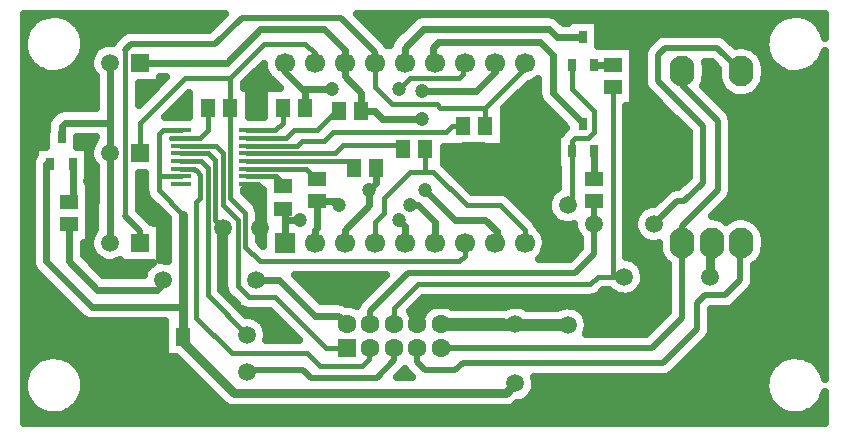
<source format=gbr>
G04 DipTrace 2.4.0.1*
%INpanel_Bottom.gbr*%
%MOIN*%
%ADD13C,0.0157*%
%ADD14C,0.016*%
%ADD15C,0.04*%
%ADD16C,0.03*%
%ADD17C,0.024*%
%ADD18C,0.02*%
%ADD19C,0.025*%
%ADD20R,0.0512X0.0591*%
%ADD21C,0.0591*%
%ADD22R,0.0591X0.0591*%
%ADD23C,0.0669*%
%ADD24R,0.0669X0.0669*%
%ADD25R,0.0709X0.0157*%
%ADD26C,0.063*%
%ADD28R,0.0256X0.0413*%
%ADD29R,0.0591X0.0512*%
%ADD30O,0.0827X0.1024*%
%ADD31R,0.1417X0.1417*%
%ADD33C,0.0472*%
%FSLAX44Y44*%
G04*
G70*
G90*
G75*
G01*
%LNBottom*%
%LPD*%
X9281Y13047D2*
D13*
X9715D1*
D14*
X10207D1*
X10439Y12815D1*
Y10811D1*
X10688Y10563D1*
X11938D2*
Y11941D1*
X11856Y12024D1*
D13*
X11564D1*
X17177Y7352D2*
D15*
X17189Y7365D1*
Y7877D1*
X17377Y8065D1*
X21314D1*
D16*
X24629D1*
X25127Y8562D1*
Y9313D1*
X24252Y10188D1*
Y11313D1*
X25214Y12276D1*
Y13018D1*
X23689Y7312D2*
D14*
Y7375D1*
Y5250D2*
X23752D1*
X12313Y4375D2*
X12438D1*
Y7000D2*
X12313D1*
X23064Y13127D2*
D17*
Y12190D1*
X5689Y12690D2*
Y11438D1*
X5562D1*
X10189Y14565D2*
D14*
Y13815D1*
X9933Y13559D1*
X8965D1*
D13*
X9281D1*
X12689Y14565D2*
D14*
Y14065D1*
X12439Y13815D1*
X11499D1*
D13*
X11564D1*
X14564Y14440D2*
D14*
Y14565D1*
X13814Y13815D1*
X13064D1*
X12808Y13559D1*
X11499D1*
D13*
X11564D1*
Y13303D2*
X11499D1*
X18689Y13940D2*
D14*
X18314D1*
X18127Y13752D1*
X14377D1*
X14064Y13440D1*
X13314D1*
X13178Y13303D1*
X11499D1*
D13*
D3*
X16689Y13190D2*
D14*
Y13315D1*
X14689D1*
X14422Y13047D1*
X11499D1*
D13*
X11564D1*
Y12791D2*
X11499D1*
D14*
X14838D1*
X15064Y12565D1*
X11564Y12535D2*
D13*
X11499D1*
D14*
X13469D1*
X13814Y12190D1*
X11564Y12279D2*
D13*
X11499D1*
D14*
X12475D1*
X12689Y12065D1*
X12564D1*
X12689Y11940D1*
X22690Y16908D2*
D17*
X21846D1*
X21566Y17188D1*
X17376D1*
X16750Y16563D1*
Y16063D1*
X17750D2*
X17689Y16124D1*
Y16564D1*
X17876Y16751D1*
X21253D1*
X21689Y16315D1*
Y15065D1*
X22690Y14064D1*
Y14033D1*
X23689Y16002D2*
X23064D1*
X6939Y16065D2*
Y14065D1*
Y13065D1*
Y10065D1*
X5315Y13595D2*
X5314Y13596D1*
Y13940D1*
X5439Y14065D1*
X6939D1*
X26002Y15774D2*
D18*
X25981D1*
X26002Y10065D2*
Y10627D1*
X27189Y11815D1*
Y14126D1*
X26002Y15313D1*
Y15774D1*
Y10065D2*
Y7562D1*
X25004Y6565D1*
X17964D1*
X27970Y10065D2*
X27939Y10034D1*
Y8815D1*
X27437Y8312D1*
X26752D1*
X26502Y8062D1*
Y7187D1*
X25377Y6062D1*
X18689D1*
X18441Y5815D1*
X17439D1*
X17177Y6078D1*
Y6565D1*
X9281Y12535D2*
D13*
X9719D1*
X9814Y12440D1*
D14*
X9938Y12317D1*
Y11563D1*
X9813Y11438D1*
Y7562D1*
X11000Y6375D1*
X13501D1*
X13935Y5940D1*
X15316D1*
X15564Y6188D1*
Y6527D1*
X15602Y6565D1*
X14814D2*
X14123D1*
X12438Y8250D1*
X11563D1*
X11188Y8625D1*
Y10813D1*
X10689Y11311D1*
Y13065D1*
X10451Y13303D1*
X9715D1*
D13*
X9281D1*
X26986Y10065D2*
D16*
X26939D1*
Y8938D1*
X24064D2*
D14*
X23689D1*
Y15254D1*
X16389Y7352D2*
Y7890D1*
X17187Y8688D1*
X22937D1*
X23187Y8938D1*
X23689D1*
X15602Y7352D2*
D18*
Y7790D1*
X16877Y9065D1*
X22439D1*
X23064Y9690D1*
Y10690D1*
Y11442D1*
X27970Y15774D2*
X27179Y16565D1*
X25439D1*
X25189Y16315D1*
Y15440D1*
X26689Y13940D1*
Y12065D1*
X26064Y11440D1*
X25816D1*
X25066Y10690D1*
X14814Y7352D2*
D17*
X14542Y7625D1*
X13751D1*
X12563Y8813D1*
X11813D1*
X8688D2*
Y8688D1*
X8500Y8500D1*
X6504D1*
X5562Y9442D1*
Y10690D1*
X9281Y12791D2*
D14*
X9963D1*
X10189Y12565D1*
Y8311D1*
X11500Y7000D1*
Y5750D2*
X11563Y5812D1*
D18*
X13375D1*
X13623Y5565D1*
X15814D1*
X16389Y6140D1*
Y6565D1*
X15312Y14440D2*
D17*
Y14942D1*
Y14440D2*
Y15067D1*
X14750Y15629D1*
Y16063D1*
X19750D2*
Y15751D1*
X19127Y15127D1*
X17314D1*
Y14190D2*
X16002D1*
X15752Y14440D1*
X15312D1*
X7939Y16065D2*
X10814D1*
X11939Y17190D1*
X14064D1*
X14750Y16504D1*
Y16063D1*
X19437Y13940D2*
D14*
Y14563D1*
X20689Y15815D1*
Y16063D1*
X20750D1*
X19437Y14563D2*
X17941D1*
X17814Y14690D1*
X16314D1*
X15750Y15254D1*
Y16063D1*
Y16004D2*
Y16063D1*
X7939Y10065D2*
D18*
Y10440D1*
X7439Y10940D1*
D14*
Y16503D1*
D18*
X7625Y16688D1*
X10438D1*
X11314Y17565D1*
X14624D1*
X15750Y16439D1*
Y16063D1*
X14813Y10126D2*
D17*
X14750Y10063D1*
Y10501D1*
X15564Y11315D1*
Y11815D1*
X15812Y12063D1*
Y12565D1*
X19750Y10063D2*
X19814Y10127D1*
Y10440D1*
X19439Y10815D1*
X18439D1*
X17439Y11815D1*
X13750Y10063D2*
X13814Y10127D1*
X13750Y10063D2*
Y10501D1*
X13814Y10565D1*
Y11442D1*
X17689Y10124D2*
X17750Y10063D1*
Y10754D1*
X17189Y11315D1*
X16939D1*
X14564D2*
X14437Y11442D1*
X13814D1*
X17437Y13190D2*
D14*
Y12419D1*
X16919D1*
X16064Y11565D1*
Y11064D1*
X15750Y10750D1*
Y10063D1*
X17437Y12419D2*
X17710D1*
X18814Y11315D1*
X19939D1*
X20750Y10504D1*
Y10063D1*
X12750D2*
D17*
Y10818D1*
Y11131D1*
X12689Y11192D1*
X12750Y10818D2*
X13250D1*
X16561D2*
X16750Y10629D1*
Y10063D1*
X12750Y16063D2*
Y15754D1*
X13314Y15190D1*
X13437D1*
Y14565D1*
Y15190D2*
X14314D1*
X16564D2*
D14*
X16939Y15565D1*
X18564D1*
X18689Y15690D1*
Y16002D1*
X18750Y16063D1*
X10937Y14565D2*
Y15563D1*
X12064Y16690D1*
X13439D1*
X13750Y16379D1*
Y16063D1*
X10937Y14565D2*
Y11567D1*
X11439Y11065D1*
Y9936D1*
X11936Y9440D1*
X18564D1*
X18750Y9626D1*
Y10063D1*
X7939Y13065D2*
Y14065D1*
X9437Y15563D1*
X10937D1*
X9281Y13815D2*
D13*
X8689D1*
D14*
X8564Y13690D1*
Y12279D1*
D13*
X9281D1*
X17964Y7352D2*
D14*
X18001Y7390D1*
X22316Y16002D2*
Y15188D1*
X23064Y14440D1*
Y13752D1*
X22877Y13565D1*
X22439D1*
X22316Y13442D1*
Y13127D1*
Y11442D1*
X22189Y11315D1*
Y7315D2*
D15*
X17964D1*
D14*
Y7352D1*
X9281Y12279D2*
D3*
X8564D2*
Y11815D1*
X9375Y11004D1*
D16*
Y7937D1*
D17*
X6317D1*
X4812Y9442D1*
Y12690D1*
X4941D1*
X9375Y7937D2*
D16*
Y7364D1*
Y6754D1*
X11064Y5065D1*
X20129D1*
X20439Y5375D1*
Y7352D2*
D14*
X20038D1*
D15*
X17964D1*
X9375Y6937D2*
D14*
Y7364D1*
D21*
X10688Y10563D3*
X11938D3*
X26939Y8938D3*
X24064D3*
X25066Y10690D3*
X23064D3*
X11813Y8813D3*
X8688D3*
X11500Y7000D3*
Y5750D3*
D33*
X17314Y15127D3*
Y14190D3*
X17439Y11815D3*
X15564D3*
X16939Y11315D3*
X14564D3*
X13250Y10818D3*
X16561D3*
X14314Y15190D3*
X16564D3*
D21*
X22189Y11315D3*
Y7315D3*
X20439Y5375D3*
Y7352D3*
X23689Y7375D3*
Y5250D3*
X12438Y4375D3*
Y7000D3*
X4087Y17440D2*
D19*
X4375D1*
X5753D2*
X10496D1*
X15441D2*
X16906D1*
X22034D2*
X22168D1*
X23214D2*
X29086D1*
X30464D2*
X30726D1*
X4087Y17191D2*
X4172D1*
X5956D2*
X10250D1*
X15691D2*
X16660D1*
X23214D2*
X28883D1*
X6058Y16942D2*
X7187D1*
X15937D2*
X16410D1*
X23214D2*
X25133D1*
X27487D2*
X28781D1*
X6089Y16694D2*
X6695D1*
X16171D2*
X16253D1*
X23214D2*
X24879D1*
X27741D2*
X28750D1*
X6062Y16445D2*
X6367D1*
X24382D2*
X24711D1*
X28530D2*
X28781D1*
X4087Y16196D2*
X4168D1*
X5960D2*
X6262D1*
X24382D2*
X24691D1*
X28710D2*
X28879D1*
X4087Y15948D2*
X4367D1*
X5761D2*
X6258D1*
X24382D2*
X24691D1*
X26808D2*
X27105D1*
X28776D2*
X29078D1*
X30472D2*
X30726D1*
X4087Y15699D2*
X4898D1*
X5230D2*
X6359D1*
X11737D2*
X12121D1*
X24382D2*
X24691D1*
X26812D2*
X27160D1*
X28780D2*
X29609D1*
X29941D2*
X30726D1*
X4087Y15450D2*
X6422D1*
X11487D2*
X12340D1*
X24382D2*
X24691D1*
X26780D2*
X27195D1*
X28745D2*
X30726D1*
X4087Y15202D2*
X6422D1*
X7917D2*
X8414D1*
X11589D2*
X12039D1*
X20737D2*
X21172D1*
X24382D2*
X24758D1*
X26804D2*
X27320D1*
X28620D2*
X30726D1*
X4087Y14953D2*
X6422D1*
X7917D2*
X8164D1*
X11589D2*
X12039D1*
X20491D2*
X21187D1*
X24382D2*
X24984D1*
X27054D2*
X27641D1*
X28300D2*
X30726D1*
X4087Y14704D2*
X6422D1*
X9241D2*
X9539D1*
X11589D2*
X12039D1*
X20241D2*
X21332D1*
X24382D2*
X25234D1*
X27304D2*
X30726D1*
X4087Y14456D2*
X5117D1*
X8991D2*
X9539D1*
X11589D2*
X12039D1*
X20089D2*
X21578D1*
X24167D2*
X25484D1*
X27550D2*
X30726D1*
X4087Y14207D2*
X4879D1*
X20089D2*
X21828D1*
X24167D2*
X25730D1*
X27679D2*
X30726D1*
X4087Y13958D2*
X4793D1*
X20089D2*
X22078D1*
X24167D2*
X25980D1*
X27687D2*
X30726D1*
X4087Y13709D2*
X4793D1*
X20089D2*
X21930D1*
X24167D2*
X26191D1*
X27687D2*
X30726D1*
X4087Y13461D2*
X4793D1*
X5839D2*
X6379D1*
X20089D2*
X21793D1*
X24167D2*
X26191D1*
X27687D2*
X30726D1*
X4087Y13212D2*
X4418D1*
X18089D2*
X21793D1*
X24167D2*
X26191D1*
X27687D2*
X30726D1*
X4087Y12963D2*
X4379D1*
X18089D2*
X21793D1*
X24167D2*
X26191D1*
X27687D2*
X30726D1*
X4087Y12715D2*
X4297D1*
X6214D2*
X6346D1*
X18089D2*
X21793D1*
X24167D2*
X26191D1*
X27687D2*
X30726D1*
X4087Y12466D2*
X4297D1*
X6214D2*
X6422D1*
X18327D2*
X21840D1*
X24167D2*
X26191D1*
X27687D2*
X30726D1*
X4087Y12217D2*
X4297D1*
X6214D2*
X6422D1*
X7917D2*
X8090D1*
X18573D2*
X21840D1*
X24167D2*
X26152D1*
X27687D2*
X30726D1*
X4087Y11969D2*
X4297D1*
X6253D2*
X6422D1*
X7917D2*
X8090D1*
X18823D2*
X21840D1*
X24167D2*
X25902D1*
X27687D2*
X30726D1*
X4087Y11720D2*
X4297D1*
X6253D2*
X6422D1*
X7917D2*
X8098D1*
X11448D2*
X12000D1*
X20163D2*
X21637D1*
X24167D2*
X25406D1*
X27675D2*
X30726D1*
X4087Y11471D2*
X4297D1*
X6253D2*
X6422D1*
X7917D2*
X8246D1*
X11694D2*
X12000D1*
X20444D2*
X21516D1*
X24167D2*
X25156D1*
X27538D2*
X30726D1*
X4087Y11223D2*
X4297D1*
X6253D2*
X6422D1*
X7917D2*
X8492D1*
X11886D2*
X11996D1*
X20694D2*
X21504D1*
X24167D2*
X24641D1*
X27288D2*
X30726D1*
X4087Y10974D2*
X4297D1*
X6253D2*
X6422D1*
X8097D2*
X8742D1*
X11917D2*
X11997D1*
X20944D2*
X21594D1*
X24167D2*
X24437D1*
X27038D2*
X30726D1*
X4087Y10725D2*
X4297D1*
X6253D2*
X6422D1*
X8632D2*
X8828D1*
X11917D2*
X11997D1*
X21167D2*
X21855D1*
X24167D2*
X24375D1*
X28542D2*
X30726D1*
X4087Y10477D2*
X4297D1*
X6253D2*
X6389D1*
X8632D2*
X8828D1*
X11917D2*
X12018D1*
X21347D2*
X22406D1*
X24167D2*
X24410D1*
X28714D2*
X30726D1*
X4087Y10228D2*
X4297D1*
X8632D2*
X8828D1*
X11917D2*
X12018D1*
X21460D2*
X22558D1*
X24167D2*
X24562D1*
X28776D2*
X30726D1*
X4087Y9979D2*
X4297D1*
X6077D2*
X6254D1*
X8632D2*
X8828D1*
X21476D2*
X22566D1*
X24167D2*
X25191D1*
X28780D2*
X30726D1*
X4087Y9730D2*
X4297D1*
X6077D2*
X6340D1*
X8632D2*
X8828D1*
X21398D2*
X22414D1*
X24167D2*
X25230D1*
X28745D2*
X30726D1*
X4087Y9482D2*
X4297D1*
X6241D2*
X6594D1*
X8632D2*
X8828D1*
X24472D2*
X25359D1*
X28612D2*
X30726D1*
X4087Y9233D2*
X4344D1*
X6491D2*
X8144D1*
X24687D2*
X25508D1*
X28437D2*
X30726D1*
X4087Y8984D2*
X4551D1*
X13112D2*
X16105D1*
X24753D2*
X25508D1*
X28437D2*
X30726D1*
X4087Y8736D2*
X4801D1*
X13358D2*
X15855D1*
X24726D2*
X25508D1*
X28429D2*
X30726D1*
X4087Y8487D2*
X5047D1*
X13608D2*
X15609D1*
X24581D2*
X25508D1*
X28304D2*
X30726D1*
X4087Y8238D2*
X5297D1*
X13858D2*
X15359D1*
X23003D2*
X25508D1*
X28054D2*
X30726D1*
X4087Y7990D2*
X5547D1*
X17151D2*
X17683D1*
X18241D2*
X20219D1*
X20659D2*
X25508D1*
X27804D2*
X30726D1*
X4087Y7741D2*
X5793D1*
X11421D2*
X12285D1*
X16980D2*
X17375D1*
X22726D2*
X25488D1*
X26999D2*
X30726D1*
X4087Y7492D2*
X6086D1*
X11976D2*
X12531D1*
X17085D2*
X17266D1*
X22858D2*
X25242D1*
X26999D2*
X30726D1*
X4087Y7244D2*
X8723D1*
X12144D2*
X12781D1*
X22878D2*
X24992D1*
X26999D2*
X30726D1*
X4087Y6995D2*
X8723D1*
X12191D2*
X13031D1*
X26956D2*
X30726D1*
X4087Y6746D2*
X8723D1*
X26753D2*
X30726D1*
X4087Y6498D2*
X8723D1*
X26503D2*
X30726D1*
X4087Y6249D2*
X4680D1*
X5448D2*
X9117D1*
X26253D2*
X29391D1*
X30159D2*
X30726D1*
X4087Y6000D2*
X4308D1*
X5819D2*
X9367D1*
X26007D2*
X29019D1*
X30530D2*
X30726D1*
X5991Y5751D2*
X9617D1*
X16691D2*
X16812D1*
X25757D2*
X28848D1*
X6073Y5503D2*
X9863D1*
X21116D2*
X28766D1*
X6089Y5254D2*
X10113D1*
X21120D2*
X28750D1*
X6042Y5005D2*
X10363D1*
X21019D2*
X28797D1*
X4087Y4757D2*
X4207D1*
X5921D2*
X10609D1*
X20714D2*
X28918D1*
X30632D2*
X30726D1*
X4087Y4508D2*
X4445D1*
X5683D2*
X29156D1*
X30394D2*
X30726D1*
X4087Y4259D2*
X30726D1*
X9123Y6271D2*
X8748D1*
Y7447D1*
X6317Y7446D1*
X6193Y7462D1*
X6077Y7508D1*
X5969Y7590D1*
X4465Y9095D1*
X4389Y9193D1*
X4340Y9308D1*
X4321Y9442D1*
Y12690D1*
X4337Y12814D1*
X4389Y12940D1*
X4441Y13012D1*
X4442Y13268D1*
X4813D1*
X4816Y14173D1*
X4885Y14179D1*
X4967Y14287D1*
X5092Y14412D1*
X5184Y14485D1*
X5292Y14533D1*
X5396Y14554D1*
X6451Y14556D1*
X6448Y15065D1*
Y15616D1*
X6360Y15736D1*
X6308Y15850D1*
X6279Y15971D1*
X6274Y16096D1*
X6291Y16220D1*
X6331Y16338D1*
X6393Y16446D1*
X6474Y16542D1*
X6571Y16620D1*
X6681Y16679D1*
X6800Y16717D1*
X6924Y16731D1*
X7021Y16724D1*
X7106Y16836D1*
X7292Y17022D1*
X7391Y17097D1*
X7506Y17144D1*
X7625Y17160D1*
X10246D1*
X10770Y17687D1*
X5131Y17688D1*
X5343Y17651D1*
X5460Y17609D1*
X5572Y17553D1*
X5675Y17483D1*
X5769Y17401D1*
X5852Y17307D1*
X5923Y17204D1*
X5981Y17093D1*
X6024Y16976D1*
X6052Y16854D1*
X6065Y16690D1*
X6058Y16565D1*
X6034Y16442D1*
X5996Y16324D1*
X5943Y16210D1*
X5877Y16105D1*
X5797Y16008D1*
X5707Y15922D1*
X5606Y15848D1*
X5497Y15787D1*
X5381Y15740D1*
X5261Y15708D1*
X5137Y15691D1*
X5012Y15690D1*
X4888Y15704D1*
X4767Y15734D1*
X4650Y15779D1*
X4540Y15837D1*
X4437Y15909D1*
X4345Y15993D1*
X4264Y16088D1*
X4195Y16193D1*
X4140Y16305D1*
X4099Y16423D1*
X4074Y16545D1*
X4063Y16670D1*
X4069Y16794D1*
X4089Y16918D1*
X4125Y17037D1*
X4176Y17152D1*
X4240Y17259D1*
X4318Y17357D1*
X4407Y17445D1*
X4506Y17521D1*
X4613Y17584D1*
X4728Y17633D1*
X4848Y17667D1*
X5038Y17689D1*
X4062Y17688D1*
Y4062D1*
X30752D1*
Y5097D1*
X30707Y4949D1*
X30654Y4835D1*
X30587Y4730D1*
X30508Y4633D1*
X30418Y4547D1*
X30317Y4473D1*
X30208Y4412D1*
X30092Y4365D1*
X29971Y4333D1*
X29848Y4316D1*
X29723Y4315D1*
X29599Y4329D1*
X29477Y4359D1*
X29361Y4404D1*
X29250Y4462D1*
X29148Y4534D1*
X29056Y4618D1*
X28975Y4713D1*
X28906Y4818D1*
X28851Y4930D1*
X28810Y5048D1*
X28785Y5170D1*
X28774Y5295D1*
X28780Y5419D1*
X28800Y5543D1*
X28836Y5662D1*
X28887Y5777D1*
X28951Y5884D1*
X29028Y5982D1*
X29117Y6070D1*
X29216Y6146D1*
X29324Y6209D1*
X29439Y6258D1*
X29559Y6292D1*
X29683Y6312D1*
X29807Y6315D1*
X29932Y6304D1*
X30054Y6276D1*
X30171Y6234D1*
X30283Y6178D1*
X30386Y6108D1*
X30480Y6026D1*
X30563Y5932D1*
X30634Y5829D1*
X30691Y5718D1*
X30753Y5521D1*
X30752Y16472D1*
X30707Y16324D1*
X30654Y16211D1*
X30587Y16105D1*
X30508Y16008D1*
X30418Y15922D1*
X30317Y15848D1*
X30208Y15787D1*
X30092Y15740D1*
X29971Y15708D1*
X29848Y15692D1*
X29723Y15690D1*
X29599Y15705D1*
X29477Y15734D1*
X29361Y15779D1*
X29250Y15837D1*
X29148Y15909D1*
X29056Y15994D1*
X28975Y16089D1*
X28906Y16193D1*
X28851Y16305D1*
X28810Y16423D1*
X28785Y16545D1*
X28774Y16670D1*
X28780Y16795D1*
X28800Y16918D1*
X28836Y17037D1*
X28887Y17152D1*
X28951Y17259D1*
X29028Y17357D1*
X29117Y17445D1*
X29216Y17521D1*
X29324Y17584D1*
X29439Y17633D1*
X29559Y17668D1*
X29741Y17689D1*
X15170Y17688D1*
X16084Y16772D1*
X16168Y16656D1*
X16268Y16655D1*
X16307Y16773D1*
X16403Y16910D1*
X17029Y17536D1*
X17127Y17612D1*
X17242Y17661D1*
X17376Y17680D1*
X21566D1*
X21689Y17664D1*
X21805Y17617D1*
X21913Y17536D1*
X22048Y17400D1*
X22194Y17399D1*
X22191Y17486D1*
X23190D1*
Y16630D1*
X24356Y16629D1*
X24352Y15375D1*
X24356Y15131D1*
Y14627D1*
X24141D1*
Y9602D1*
X24294Y9563D1*
X24406Y9510D1*
X24507Y9436D1*
X24592Y9344D1*
X24659Y9239D1*
X24704Y9123D1*
X24731Y8938D1*
X24719Y8813D1*
X24684Y8693D1*
X24628Y8582D1*
X24552Y8483D1*
X24458Y8400D1*
X24351Y8336D1*
X24234Y8293D1*
X24111Y8273D1*
X23986Y8276D1*
X23864Y8302D1*
X23749Y8350D1*
X23645Y8419D1*
X23575Y8487D1*
X23373Y8486D1*
X23256Y8368D1*
X23157Y8293D1*
X23037Y8248D1*
X22937Y8236D1*
X17371D1*
X16923Y7786D1*
X17006Y7653D1*
X17050Y7536D1*
X17075Y7352D1*
X17068Y7242D1*
X17193Y7251D1*
X17290Y7240D1*
X17278Y7322D1*
X17284Y7446D1*
X17313Y7568D1*
X17362Y7682D1*
X17432Y7786D1*
X17519Y7875D1*
X17621Y7947D1*
X17735Y7999D1*
X17856Y8030D1*
X17980Y8038D1*
X18104Y8024D1*
X18224Y7987D1*
X18344Y7923D1*
X20038D1*
X20089Y7918D1*
X20180Y7966D1*
X20299Y8004D1*
X20423Y8019D1*
X20547Y8010D1*
X20668Y7978D1*
X20781Y7924D1*
X20839Y7886D1*
X21843D1*
X21931Y7929D1*
X22050Y7967D1*
X22174Y7981D1*
X22298Y7972D1*
X22419Y7941D1*
X22531Y7887D1*
X22632Y7813D1*
X22717Y7722D1*
X22784Y7616D1*
X22830Y7500D1*
X22856Y7315D1*
X22844Y7191D1*
X22794Y7039D1*
X23464Y7036D1*
X24812D1*
X25530Y7757D1*
X25531Y9340D1*
X25429Y9431D1*
X25351Y9528D1*
X25290Y9637D1*
X25246Y9754D1*
X25222Y9877D1*
X25217Y10041D1*
X25113Y10025D1*
X24988Y10028D1*
X24866Y10054D1*
X24751Y10102D1*
X24647Y10172D1*
X24558Y10259D1*
X24487Y10361D1*
X24435Y10475D1*
X24406Y10596D1*
X24401Y10721D1*
X24418Y10845D1*
X24458Y10963D1*
X24520Y11071D1*
X24601Y11167D1*
X24698Y11245D1*
X24808Y11304D1*
X24927Y11342D1*
X25062Y11355D1*
X25483Y11773D1*
X25582Y11849D1*
X25698Y11896D1*
X25816Y11911D1*
X25867D1*
X26220Y12262D1*
X26218Y13748D1*
X25472Y14491D1*
X24856Y15107D1*
X24780Y15206D1*
X24733Y15321D1*
X24718Y15440D1*
Y16315D1*
X24735Y16438D1*
X24783Y16553D1*
X24856Y16648D1*
X25106Y16898D1*
X25205Y16974D1*
X25321Y17021D1*
X25439Y17036D1*
X27179D1*
X27303Y17020D1*
X27417Y16971D1*
X27512Y16898D1*
X27780Y16630D1*
X27898Y16653D1*
X28023Y16655D1*
X28146Y16637D1*
X28266Y16599D1*
X28377Y16543D1*
X28478Y16470D1*
X28567Y16382D1*
X28640Y16281D1*
X28696Y16169D1*
X28734Y16050D1*
X28755Y15872D1*
X28751Y15675D1*
X28745Y15551D1*
X28715Y15429D1*
X28667Y15314D1*
X28601Y15208D1*
X28519Y15114D1*
X28423Y15034D1*
X28316Y14971D1*
X28199Y14925D1*
X28077Y14898D1*
X27953Y14891D1*
X27829Y14903D1*
X27708Y14936D1*
X27594Y14987D1*
X27490Y15055D1*
X27397Y15139D1*
X27320Y15237D1*
X27258Y15346D1*
X27215Y15463D1*
X27191Y15585D1*
X27186Y15800D1*
X27190Y15872D1*
X27018Y16059D1*
X26983Y16095D1*
X26753Y16094D1*
X26785Y15927D1*
X26786Y15675D1*
X26777Y15551D1*
X26747Y15429D1*
X26689Y15293D1*
X27523Y14459D1*
X27598Y14360D1*
X27645Y14244D1*
X27661Y14126D1*
Y11815D1*
X27644Y11691D1*
X27596Y11576D1*
X27523Y11482D1*
X26989Y10949D1*
X27162Y10928D1*
X27281Y10890D1*
X27393Y10834D1*
X27478Y10773D1*
X27547Y10824D1*
X27657Y10883D1*
X27775Y10923D1*
X27898Y10945D1*
X28023Y10946D1*
X28146Y10928D1*
X28266Y10890D1*
X28377Y10834D1*
X28478Y10761D1*
X28567Y10673D1*
X28640Y10572D1*
X28696Y10460D1*
X28734Y10342D1*
X28755Y10163D1*
X28751Y9966D1*
X28745Y9842D1*
X28715Y9721D1*
X28667Y9606D1*
X28601Y9500D1*
X28519Y9405D1*
X28413Y9320D1*
X28411Y8815D1*
X28394Y8691D1*
X28346Y8576D1*
X28273Y8482D1*
X27770Y7979D1*
X27671Y7904D1*
X27556Y7856D1*
X27437Y7841D1*
X26972D1*
X26973Y7187D1*
X26957Y7064D1*
X26908Y6949D1*
X26835Y6854D1*
X25710Y5729D1*
X25611Y5653D1*
X25496Y5606D1*
X25377Y5591D1*
X21068D1*
X21102Y5437D1*
X21094Y5250D1*
X21059Y5130D1*
X21002Y5019D1*
X20926Y4920D1*
X20833Y4837D1*
X20726Y4773D1*
X20609Y4730D1*
X20513Y4714D1*
X20399Y4619D1*
X20286Y4568D1*
X20129Y4544D1*
X11064D1*
X10941Y4559D1*
X10824Y4602D1*
X10696Y4696D1*
X9119Y6273D1*
X8606Y15571D2*
Y15398D1*
X7891D1*
Y14655D1*
X8811Y15574D1*
X8607D1*
X6451Y12615D2*
X6360Y12736D1*
X6308Y12850D1*
X6279Y12971D1*
X6274Y13096D1*
X6291Y13220D1*
X6331Y13338D1*
X6393Y13446D1*
X6446Y13509D1*
X6448Y13577D1*
X5939Y13574D1*
X5818D1*
X5815Y13268D1*
X6189D1*
Y12112D1*
X6177D1*
X6181Y12061D1*
X6229Y12065D1*
X6225Y10811D1*
X6229Y10567D1*
Y10063D1*
X6053D1*
Y9647D1*
X6708Y8991D1*
X8047D1*
X8079Y9085D1*
X8141Y9194D1*
X8222Y9289D1*
X8319Y9368D1*
X8377Y9399D1*
X7273Y9398D1*
Y9488D1*
X7109Y9420D1*
X6986Y9400D1*
X6861Y9403D1*
X6739Y9429D1*
X6624Y9477D1*
X6520Y9547D1*
X6431Y9634D1*
X6360Y9736D1*
X6308Y9850D1*
X6279Y9971D1*
X6274Y10096D1*
X6291Y10220D1*
X6331Y10338D1*
X6393Y10446D1*
X6446Y10509D1*
X6448Y12190D1*
Y12616D1*
X8110Y12398D2*
X7891D1*
Y11155D1*
X8285Y10759D1*
X8398Y10731D1*
X8606D1*
Y9474D1*
X8672Y9479D1*
X8796Y9470D1*
X8853Y9455D1*
X8854Y10887D1*
X8245Y11496D1*
X8170Y11595D1*
X8125Y11715D1*
X8113Y11815D1*
Y12401D1*
X12332Y15498D2*
X12279Y15538D1*
X12194Y15629D1*
X12126Y15734D1*
X12078Y15849D1*
X12051Y15971D1*
X12048Y16037D1*
X11386Y15374D1*
X11389Y15231D1*
X11565D1*
Y14267D1*
X12065Y14266D1*
X12062Y14773D1*
Y15231D1*
X12582D1*
X12401Y15410D1*
X12342Y15481D1*
X21200Y15520D2*
X21094Y15447D1*
X20980Y15396D1*
X20885Y15372D1*
X20067Y14554D1*
X20065Y13273D1*
X18810Y13277D1*
X18566Y13273D1*
X18064D1*
X18065Y12704D1*
X18999Y11769D1*
X19939Y11766D1*
X20063Y11749D1*
X20180Y11696D1*
X20258Y11634D1*
X21069Y10823D1*
X21146Y10720D1*
X21172Y10664D1*
X21326Y10471D1*
X21389Y10363D1*
X21432Y10246D1*
X21456Y10063D1*
X21445Y9939D1*
X21412Y9818D1*
X21359Y9706D1*
X21286Y9604D1*
X21217Y9536D1*
X22248D1*
X22595Y9887D1*
X22593Y10217D1*
X22485Y10361D1*
X22433Y10475D1*
X22404Y10596D1*
X22400Y10686D1*
X22359Y10670D1*
X22236Y10650D1*
X22111Y10653D1*
X21989Y10679D1*
X21874Y10727D1*
X21770Y10797D1*
X21681Y10884D1*
X21610Y10986D1*
X21558Y11100D1*
X21529Y11221D1*
X21524Y11346D1*
X21541Y11470D1*
X21581Y11588D1*
X21643Y11696D1*
X21724Y11792D1*
X21821Y11870D1*
X21865Y11894D1*
Y12547D1*
X21817Y12549D1*
Y13705D1*
X21954D1*
X21997Y13761D1*
X22123Y13886D1*
X22078Y13982D1*
X21342Y14718D1*
X21266Y14816D1*
X21217Y14931D1*
X21198Y15065D1*
Y15514D1*
X12045Y9971D2*
Y10564D1*
X12023Y10565D1*
X12027Y11819D1*
X12023Y11813D1*
Y11824D1*
X11499Y11828D1*
X11388Y11829D1*
X11389Y11756D1*
X11758Y11384D1*
X11834Y11284D1*
X11879Y11164D1*
X11891Y11065D1*
Y10123D1*
X12043Y9971D1*
X14811Y8037D2*
X14955Y8024D1*
X15074Y7987D1*
X15154Y7946D1*
X15195Y8028D1*
X15269Y8123D1*
X16133Y8988D1*
X13084Y8989D1*
X13952Y8119D1*
X14542Y8116D1*
X14665Y8100D1*
X14752Y8069D1*
X14756Y8067D1*
X6058Y5190D2*
X6034Y5067D1*
X5996Y4949D1*
X5943Y4835D1*
X5877Y4730D1*
X5797Y4633D1*
X5707Y4547D1*
X5606Y4473D1*
X5497Y4412D1*
X5381Y4365D1*
X5261Y4333D1*
X5137Y4316D1*
X5012Y4315D1*
X4888Y4329D1*
X4767Y4359D1*
X4650Y4404D1*
X4540Y4462D1*
X4437Y4534D1*
X4345Y4618D1*
X4264Y4713D1*
X4195Y4818D1*
X4140Y4930D1*
X4099Y5048D1*
X4074Y5170D1*
X4063Y5295D1*
X4069Y5419D1*
X4089Y5543D1*
X4125Y5662D1*
X4176Y5777D1*
X4240Y5884D1*
X4318Y5982D1*
X4407Y6070D1*
X4506Y6146D1*
X4613Y6209D1*
X4728Y6258D1*
X4848Y6292D1*
X4972Y6312D1*
X5097Y6315D1*
X5221Y6304D1*
X5343Y6276D1*
X5460Y6234D1*
X5572Y6178D1*
X5675Y6108D1*
X5769Y6026D1*
X5852Y5932D1*
X5923Y5829D1*
X5981Y5718D1*
X6024Y5601D1*
X6052Y5479D1*
X6065Y5315D1*
X6058Y5190D1*
X29827Y17689D2*
X29932Y17679D1*
X30054Y17652D1*
X30171Y17610D1*
X30283Y17553D1*
X30386Y17483D1*
X30480Y17401D1*
X30563Y17308D1*
X30634Y17205D1*
X30691Y17094D1*
X30753Y16896D1*
X30752Y17688D1*
X29850D1*
X17004Y5584D2*
X16843Y5744D1*
X16766Y5847D1*
X16504Y5588D1*
X17006Y5586D1*
X12145Y6826D2*
X13223D1*
X12249Y7801D1*
X11563Y7799D1*
X11439Y7816D1*
X11322Y7869D1*
X11304Y7834D1*
X11472Y7666D1*
X11609Y7657D1*
X11730Y7626D1*
X11842Y7572D1*
X11943Y7498D1*
X12028Y7407D1*
X12095Y7301D1*
X12141Y7185D1*
X12167Y7000D1*
X12155Y6876D1*
X12141Y6827D1*
X11155Y8019D2*
X10869Y8306D1*
X10794Y8405D1*
X10748Y8525D1*
X10737Y8625D1*
Y10504D1*
X10639Y10598D1*
X10641Y8498D1*
X11304Y7834D1*
X8779Y14265D2*
X9559D1*
X9562Y14773D1*
Y15051D1*
X8776Y14263D1*
X9305Y14265D1*
D20*
X8627Y6937D3*
X9375D3*
D21*
X6939Y16065D3*
D22*
X7939D3*
D21*
X6939Y13065D3*
D22*
X7939D3*
D21*
X6939Y10065D3*
D22*
X7939D3*
D23*
X12750Y16063D3*
X13750Y10063D3*
X14750D3*
X16750D3*
X17750D3*
X18750D3*
X19750D3*
X20750Y16063D3*
Y10063D3*
X15750D3*
X13750Y16063D3*
X15750D3*
X16750D3*
X17750D3*
X18750D3*
X19750D3*
X14750D3*
D24*
X12750Y10063D3*
D25*
X11564Y13815D3*
Y13559D3*
Y13303D3*
Y13047D3*
Y12791D3*
Y12535D3*
Y12279D3*
Y12024D3*
X9281D3*
Y12279D3*
Y12535D3*
Y12791D3*
Y13047D3*
Y13303D3*
Y13559D3*
Y13815D3*
D22*
X14814Y6565D3*
D26*
Y7352D3*
X15602Y6565D3*
Y7352D3*
X16389D3*
Y6565D3*
X17177D3*
Y7352D3*
X17964Y6565D3*
Y7352D3*
D28*
X23064Y16002D3*
X22316D3*
X22690Y16908D3*
X23064Y13127D3*
X22316D3*
X22690Y14033D3*
X5689Y12690D3*
X4941D3*
X5315Y13595D3*
D20*
X10189Y14565D3*
X10937D3*
X12689D3*
X13437D3*
X14564Y14440D3*
X15312D3*
X18689Y13940D3*
X19437D3*
X16689Y13190D3*
X17437D3*
X15064Y12565D3*
X15812D3*
D29*
X13814Y12190D3*
Y11442D3*
X12689Y11940D3*
Y11192D3*
X23689Y16002D3*
Y15254D3*
X23064Y12190D3*
Y11442D3*
X5562Y11438D3*
Y10690D3*
D30*
X26002Y10065D3*
X26986D3*
X27970D3*
X26002Y15774D3*
X27970D3*
D31*
X25214Y13018D3*
X28758D3*
M02*

</source>
